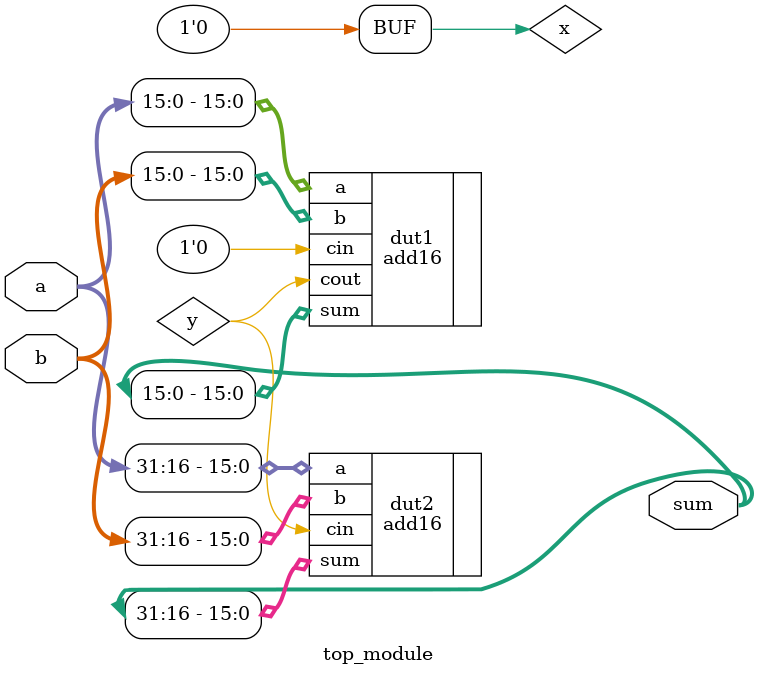
<source format=v>
module top_module(
    input [31:0] a,
    input [31:0] b,
    output [31:0] sum
);
    wire y;
    reg x=0;
    
    add16 dut1(.a(a[15:0]),.b(b[15:0]),.sum(sum[15:0]),.cin(x),.cout(y));
    add16 dut2(.a(a[31:16]),.b(b[31:16]),.sum(sum[31:16]),.cin(y)); 
  
endmodule

</source>
